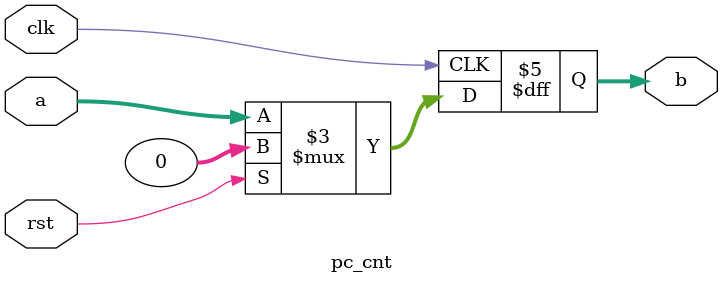
<source format=v>

`timescale 1ns/1ps

module pc_cnt (clk, rst, a, b);

input clk;
input rst;
input [31:0] a;
output reg [31:0] b;

always @(posedge clk)
begin
	if (rst)
		b <= 32'h00000000;
	else
		b <= a;
end

endmodule


</source>
